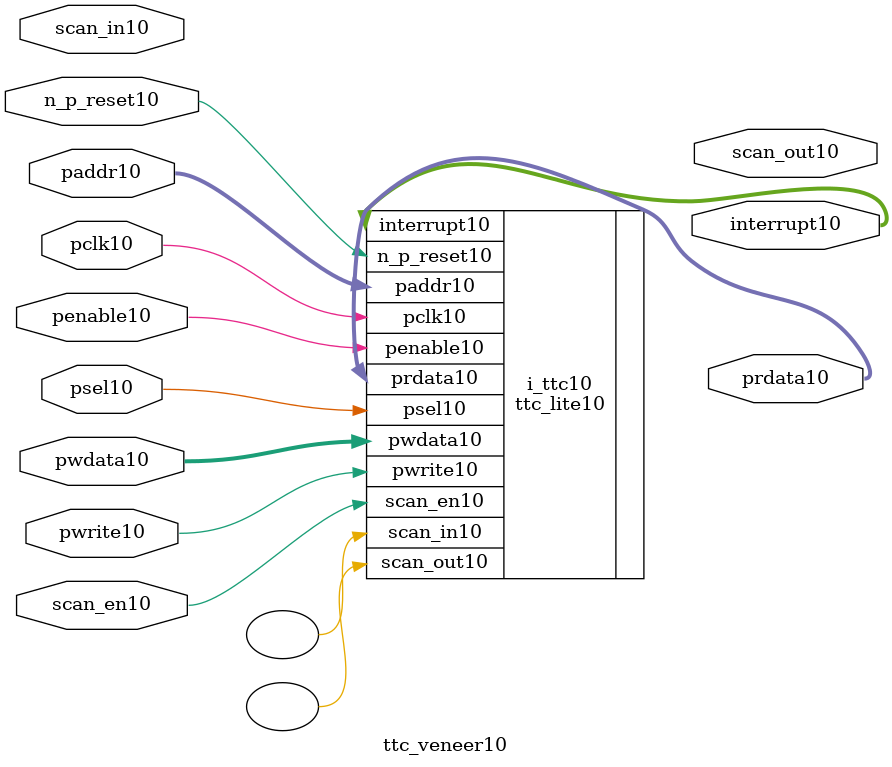
<source format=v>
module ttc_veneer10 (
           
           //inputs10
           n_p_reset10,
           pclk10,
           psel10,
           penable10,
           pwrite10,
           pwdata10,
           paddr10,
           scan_in10,
           scan_en10,

           //outputs10
           prdata10,
           interrupt10,
           scan_out10           

           );


//-----------------------------------------------------------------------------
// PORT DECLARATIONS10
//-----------------------------------------------------------------------------

   input         n_p_reset10;            //System10 Reset10
   input         pclk10;                 //System10 clock10
   input         psel10;                 //Select10 line
   input         penable10;              //Enable10
   input         pwrite10;               //Write line, 1 for write, 0 for read
   input [31:0]  pwdata10;               //Write data
   input [7:0]   paddr10;                //Address Bus10 register
   input         scan_in10;              //Scan10 chain10 input port
   input         scan_en10;              //Scan10 chain10 enable port
   
   output [31:0] prdata10;               //Read Data from the APB10 Interface10
   output [3:1]  interrupt10;            //Interrupt10 from PCI10 
   output        scan_out10;             //Scan10 chain10 output port

//##############################################################################
// if the TTC10 is NOT10 black10 boxed10 
//##############################################################################
`ifndef FV_KIT_BLACK_BOX_TTC10 

ttc_lite10 i_ttc10(

   //inputs10
   .n_p_reset10(n_p_reset10),
   .pclk10(pclk10),
   .psel10(psel10),
   .penable10(penable10),
   .pwrite10(pwrite10),
   .pwdata10(pwdata10),
   .paddr10(paddr10),
   .scan_in10(),
   .scan_en10(scan_en10),

   //outputs10
   .prdata10(prdata10),
   .interrupt10(interrupt10),
   .scan_out10()
);

`else 
//##############################################################################
// if the TTC10 is black10 boxed10 
//##############################################################################

   wire          n_p_reset10;            //System10 Reset10
   wire          pclk10;                 //System10 clock10
   wire          psel10;                 //Select10 line
   wire          penable10;              //Enable10
   wire          pwrite10;               //Write line, 1 for write, 0 for read
   wire  [31:0]  pwdata10;               //Write data
   wire  [7:0]   paddr10;                //Address Bus10 register
   wire          scan_in10;              //Scan10 chain10 wire  port
   wire          scan_en10;              //Scan10 chain10 enable port
   
   reg    [31:0] prdata10;               //Read Data from the APB10 Interface10
   reg    [3:1]  interrupt10;            //Interrupt10 from PCI10 
   reg           scan_out10;             //Scan10 chain10 reg    port

`endif
//##############################################################################
// black10 boxed10 defines10 
//##############################################################################

endmodule

</source>
